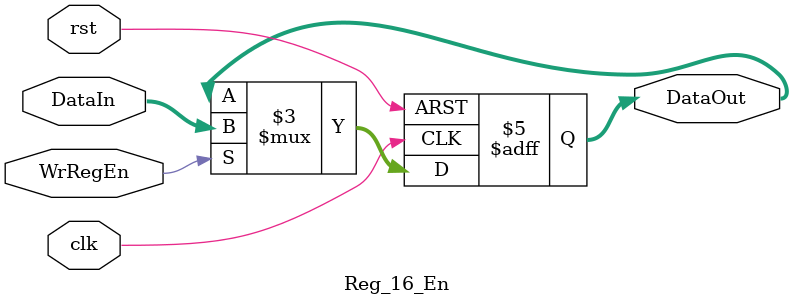
<source format=v>
module Reg_16_En(clk, rst, WrRegEn, DataIn, DataOut);
	input clk, rst;
	input WrRegEn;
	input [15:0] DataIn;
	output reg [15:0] DataOut;

	always @(posedge clk or posedge rst) begin
		if (rst) begin
			DataOut <= 16'd0;
		end
		else if (WrRegEn) begin
			DataOut <= DataIn;
		end
		else begin
			DataOut <= DataOut;
		end
	end

endmodule

</source>
